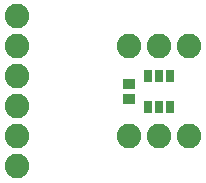
<source format=gts>
G04*
G04 #@! TF.GenerationSoftware,Altium Limited,CircuitStudio,1.5.2 (30)*
G04*
G04 Layer_Color=20142*
%FSLAX25Y25*%
%MOIN*%
G70*
G01*
G75*
%ADD16R,0.04343X0.03556*%
%ADD17R,0.03162X0.04343*%
%ADD18C,0.08200*%
D16*
X438976Y422638D02*
D03*
Y427756D02*
D03*
D17*
X445079Y430315D02*
D03*
X452559Y420079D02*
D03*
X448819D02*
D03*
X445079D02*
D03*
X452559Y430315D02*
D03*
X448819D02*
D03*
D18*
X401575Y450197D02*
D03*
Y440197D02*
D03*
Y430197D02*
D03*
Y420197D02*
D03*
Y410197D02*
D03*
Y400197D02*
D03*
X438819Y440197D02*
D03*
X448819D02*
D03*
X458819D02*
D03*
Y410197D02*
D03*
X448819D02*
D03*
X438819D02*
D03*
M02*

</source>
